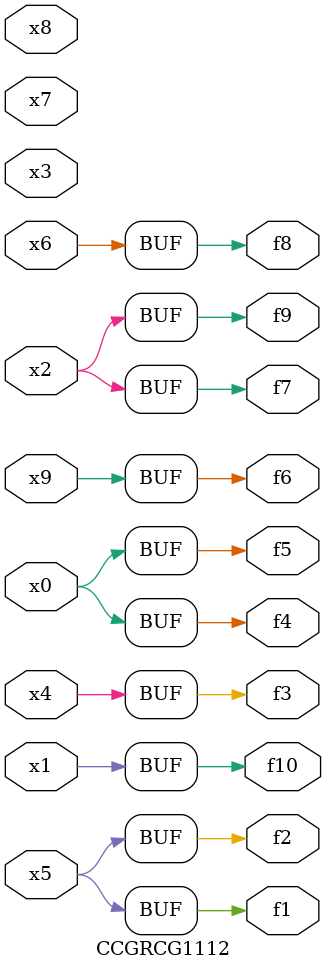
<source format=v>
module CCGRCG1112(
	input x0, x1, x2, x3, x4, x5, x6, x7, x8, x9,
	output f1, f2, f3, f4, f5, f6, f7, f8, f9, f10
);
	assign f1 = x5;
	assign f2 = x5;
	assign f3 = x4;
	assign f4 = x0;
	assign f5 = x0;
	assign f6 = x9;
	assign f7 = x2;
	assign f8 = x6;
	assign f9 = x2;
	assign f10 = x1;
endmodule

</source>
